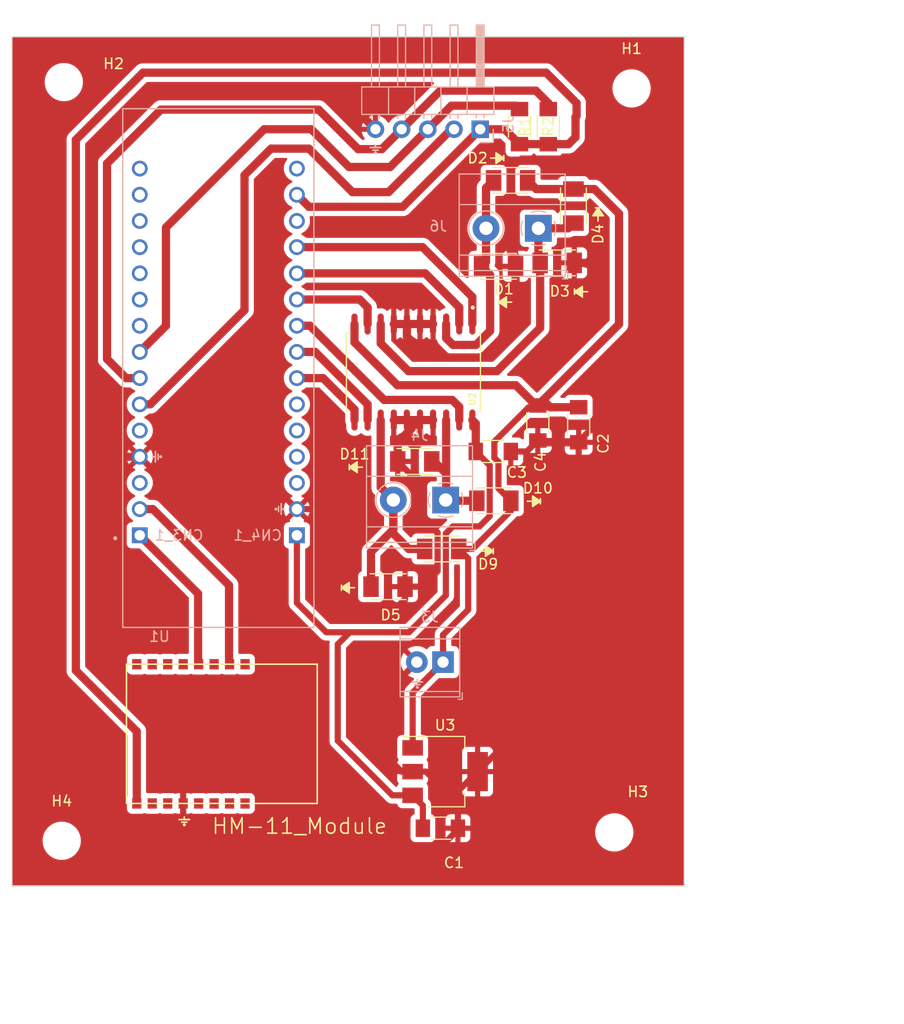
<source format=kicad_pcb>
(kicad_pcb (version 20221018) (generator pcbnew)
  (layers (0 "F.Cu" signal) (31 "B.Cu" signal) (34 "B.Paste" user) (35 "F.Paste" user) (36 "B.SilkS" user "B.Silkscreen") (37 "F.SilkS" user "F.Silkscreen") (38 "B.Mask" user) (39 "F.Mask" user) (44 "Edge.Cuts" user))
  (net 0 "")
  (net 3 "EN_A")
  (net 4 "A_H")
  (net 5 "A_L")
  (net 6 "EN_B")
  (net 10 "XSHUT")
  (net 11 "SCL")
  (net 16 "SDA")
  (net 17 "RX")
  (net 18 "B_H")
  (net 19 "B_L")
  (net 22 "VCC")
  (net 23 "GND")
  (net 24 "Net-(D3-K)")
  (net 27 "+BAT")
  (net 29 "TX")
  (net 40 "3V3")
  (net 43 "Net-(D5-K)")
  (net 44 "Net-(D10-A)")
  (net 45 "Net-(D1-K)")
  (footprint "fab:SOD-123T" (layer "F.Cu") (at 232.4608 90.6272 180)
    (fp_text reference "D10" (at -4.2672 1.2192 180) (layer "F.SilkS"))
    (fp_text value "Diode_Schottky_MiniSMA")
    (pad "1" smd rect (at -1.65 0 180) (size 1.5 2) (layers "F.Cu" "F.Paste" "F.Mask") (net 27 "+BAT"))
    (pad "2" smd rect (at 1.65 0 180) (size 1.5 2) (layers "F.Cu" "F.Paste" "F.Mask") (net 44 "Net-(D10-A)"))
  )
  (footprint "Modules:HM-11_Module" (layer "F.Cu") (at 205.5808 113.2268 -90)
    (fp_text reference "U4")
    (fp_text value "HM-11_Module" (at 8.9472 -8.0332 -180) (layer "F.SilkS") (effects (font (size 1.5 1.5))))
    (pad "1" smd rect (at -6.75 -2.75 270) (size 1 0.9) (layers "F.Cu" "F.Paste" "F.Mask"))
    (pad "2" smd rect (at -6.75 -1.25 270) (size 1 0.9) (layers "F.Cu" "F.Paste" "F.Mask") (net 17 "RX"))
    (pad "3" smd rect (at -6.75 0.25 270) (size 1 0.9) (layers "F.Cu" "F.Paste" "F.Mask"))
    (pad "4" smd rect (at -6.75 1.75 270) (size 1 0.9) (layers "F.Cu" "F.Paste" "F.Mask") (net 29 "TX"))
    (pad "5" smd rect (at -6.75 3.25 270) (size 1 0.9) (layers "F.Cu" "F.Paste" "F.Mask"))
    (pad "6" smd rect (at -6.75 4.75 270) (size 1 0.9) (layers "F.Cu" "F.Paste" "F.Mask"))
    (pad "7" smd rect (at -6.75 6.25 270) (size 1 0.9) (layers "F.Cu" "F.Paste" "F.Mask"))
    (pad "8" smd rect (at -6.75 7.75 270) (size 1 0.9) (layers "F.Cu" "F.Paste" "F.Mask"))
    (pad "9" smd rect (at 6.75 7.75 270) (size 1 0.9) (layers "F.Cu" "F.Paste" "F.Mask") (net 40 "3V3"))
    (pad "10" smd rect (at 6.75 6.25 270) (size 1 0.9) (layers "F.Cu" "F.Paste" "F.Mask"))
    (pad "11" smd rect (at 6.75 4.75 270) (size 1 0.9) (layers "F.Cu" "F.Paste" "F.Mask"))
    (pad "12" smd rect (at 6.75 3.25 270) (size 1 0.9) (layers "F.Cu" "F.Paste" "F.Mask") (net 23 "GND"))
    (pad "13" smd rect (at 6.75 1.75 270) (size 1 0.9) (layers "F.Cu" "F.Paste" "F.Mask"))
    (pad "14" smd rect (at 6.75 0.25 270) (size 1 0.9) (layers "F.Cu" "F.Paste" "F.Mask"))
    (pad "15" smd rect (at 6.75 -1.25 270) (size 1 0.9) (layers "F.Cu" "F.Paste" "F.Mask"))
    (pad "16" smd rect (at 6.75 -2.75 270) (size 1 0.9) (layers "F.Cu" "F.Paste" "F.Mask"))
  )
  (footprint "fab:SOD-123T" (layer "F.Cu") (at 234.0864 59.5684 180)
    (fp_text reference "D2" (at 3.2004 2.1644) (layer "F.SilkS"))
    (fp_text value "Diode_Schottky_MiniSMA")
    (pad "1" smd rect (at -1.65 0 180) (size 1.5 2) (layers "F.Cu" "F.Paste" "F.Mask") (net 27 "+BAT"))
    (pad "2" smd rect (at 1.65 0 180) (size 1.5 2) (layers "F.Cu" "F.Paste" "F.Mask") (net 45 "Net-(D1-K)"))
  )
  (footprint "fab:SOD-123T" (layer "F.Cu") (at 222.1992 98.9584)
    (fp_text reference "D5" (at 0.25 2.75) (layer "F.SilkS"))
    (fp_text value "Diode_Schottky_MiniSMA")
    (pad "1" smd rect (at -1.65 0) (size 1.5 2) (layers "F.Cu" "F.Paste" "F.Mask") (net 43 "Net-(D5-K)"))
    (pad "2" smd rect (at 1.65 0) (size 1.5 2) (layers "F.Cu" "F.Paste" "F.Mask") (net 23 "GND"))
  )
  (footprint "fab:R_1206" (layer "F.Cu") (at 237.744 54.356 90)
    (fp_text reference "R2" (at 0 0 90) (layer "F.SilkS"))
    (fp_text value "10k")
    (pad "1" smd rect (at -1.7 0 90) (size 1.4 1.7) (layers "F.Cu" "F.Paste" "F.Mask") (net 40 "3V3"))
    (pad "2" smd rect (at 1.7 0 90) (size 1.4 1.7) (layers "F.Cu" "F.Paste" "F.Mask") (net 16 "SDA"))
  )
  (footprint "L293dd:SOIC127P1032X265-20N" (layer "F.Cu") (at 224.663 78.149 -90)
    (fp_text reference "U2" (at 2.623 -5.715 -90) (layer "F.SilkS") (effects (font (size 0.64 0.64))))
    (fp_text value "L293D")
    (pad "1" smd roundrect (at -4.655 -5.715 180) (size 0.6 2.05) (layers "F.Cu" "F.Paste" "F.Mask") (roundrect_rratio 0.5) (net 3 "EN_A"))
    (pad "2" smd roundrect (at -4.655 -4.445 180) (size 0.6 2.05) (layers "F.Cu" "F.Paste" "F.Mask") (roundrect_rratio 0.5) (net 4 "A_H"))
    (pad "3" smd roundrect (at -4.655 -3.175 180) (size 0.6 2.05) (layers "F.Cu" "F.Paste" "F.Mask") (roundrect_rratio 0.5) (net 45 "Net-(D1-K)"))
    (pad "4" smd roundrect (at -4.655 -1.905 180) (size 0.6 2.05) (layers "F.Cu" "F.Paste" "F.Mask") (roundrect_rratio 0.5) (net 23 "GND"))
    (pad "5" smd roundrect (at -4.655 -0.635 180) (size 0.6 2.05) (layers "F.Cu" "F.Paste" "F.Mask") (roundrect_rratio 0.5) (net 23 "GND"))
    (pad "6" smd roundrect (at -4.655 0.635 180) (size 0.6 2.05) (layers "F.Cu" "F.Paste" "F.Mask") (roundrect_rratio 0.5) (net 23 "GND"))
    (pad "7" smd roundrect (at -4.655 1.905 180) (size 0.6 2.05) (layers "F.Cu" "F.Paste" "F.Mask") (roundrect_rratio 0.5) (net 23 "GND"))
    (pad "8" smd roundrect (at -4.655 3.175 180) (size 0.6 2.05) (layers "F.Cu" "F.Paste" "F.Mask") (roundrect_rratio 0.5) (net 24 "Net-(D3-K)"))
    (pad "9" smd roundrect (at -4.655 4.445 180) (size 0.6 2.05) (layers "F.Cu" "F.Paste" "F.Mask") (roundrect_rratio 0.5) (net 5 "A_L"))
    (pad "10" smd roundrect (at -4.655 5.715 180) (size 0.6 2.05) (layers "F.Cu" "F.Paste" "F.Mask") (roundrect_rratio 0.5) (net 27 "+BAT"))
    (pad "11" smd roundrect (at 4.655 5.715 180) (size 0.6 2.05) (layers "F.Cu" "F.Paste" "F.Mask") (roundrect_rratio 0.5) (net 6 "EN_B"))
    (pad "12" smd roundrect (at 4.655 4.445 180) (size 0.6 2.05) (layers "F.Cu" "F.Paste" "F.Mask") (roundrect_rratio 0.5) (net 18 "B_H"))
    (pad "13" smd roundrect (at 4.655 3.175 180) (size 0.6 2.05) (layers "F.Cu" "F.Paste" "F.Mask") (roundrect_rratio 0.5) (net 43 "Net-(D5-K)"))
    (pad "14" smd roundrect (at 4.655 1.905 180) (size 0.6 2.05) (layers "F.Cu" "F.Paste" "F.Mask") (roundrect_rratio 0.5) (net 23 "GND"))
    (pad "15" smd roundrect (at 4.655 0.635 180) (size 0.6 2.05) (layers "F.Cu" "F.Paste" "F.Mask") (roundrect_rratio 0.5) (net 23 "GND"))
    (pad "16" smd roundrect (at 4.655 -0.635 180) (size 0.6 2.05) (layers "F.Cu" "F.Paste" "F.Mask") (roundrect_rratio 0.5) (net 23 "GND"))
    (pad "17" smd roundrect (at 4.655 -1.905 180) (size 0.6 2.05) (layers "F.Cu" "F.Paste" "F.Mask") (roundrect_rratio 0.5) (net 23 "GND"))
    (pad "18" smd roundrect (at 4.655 -3.175 180) (size 0.6 2.05) (layers "F.Cu" "F.Paste" "F.Mask") (roundrect_rratio 0.5) (net 44 "Net-(D10-A)"))
    (pad "19" smd roundrect (at 4.655 -4.445 180) (size 0.6 2.05) (layers "F.Cu" "F.Paste" "F.Mask") (roundrect_rratio 0.5) (net 19 "B_L"))
    (pad "20" smd roundrect (at 4.655 -5.715 180) (size 0.6 2.05) (layers "F.Cu" "F.Paste" "F.Mask") (roundrect_rratio 0.5) (net 22 "VCC"))
  )
  (footprint "fab:C_1206" (layer "F.Cu") (at 227.2792 122.3772)
    (fp_text reference "C1" (at 1.3208 3.3528) (layer "F.SilkS"))
    (fp_text value "C_Polarized")
    (pad "1" smd rect (at -1.7 0) (size 1.4 1.7) (layers "F.Cu" "F.Paste" "F.Mask") (net 22 "VCC"))
    (pad "2" smd rect (at 1.7 0) (size 1.4 1.7) (layers "F.Cu" "F.Paste" "F.Mask") (net 23 "GND"))
  )
  (footprint "MountingHole:MountingHole_3.2mm_M3_ISO7380" (layer "F.Cu") (at 244.1448 122.7836)
    (fp_text reference "H3" (at 2.286 -3.937) (layer "F.SilkS"))
    (fp_text value "MountingHole")
    (pad "" np_thru_hole circle (at 0 0) (size 3.2 3.2) (drill 3.2) (layers "*.Cu" "*.Mask"))
  )
  (footprint "fab:R_1206" (layer "F.Cu") (at 234.95 54.356 90)
    (fp_text reference "R1" (at 0 0.508 90) (layer "F.SilkS"))
    (fp_text value "10k")
    (pad "1" smd rect (at -1.7 0 90) (size 1.4 1.7) (layers "F.Cu" "F.Paste" "F.Mask") (net 40 "3V3"))
    (pad "2" smd rect (at 1.7 0 90) (size 1.4 1.7) (layers "F.Cu" "F.Paste" "F.Mask") (net 11 "SCL"))
  )
  (footprint "fab:SOD-123T" (layer "F.Cu") (at 240.1824 62.0576 -90)
    (fp_text reference "D4" (at 2.7124 -2.3876 90) (layer "F.SilkS"))
    (fp_text value "Diode_Schottky_MiniSMA")
    (pad "1" smd rect (at -1.65 0 270) (size 1.5 2) (layers "F.Cu" "F.Paste" "F.Mask") (net 27 "+BAT"))
    (pad "2" smd rect (at 1.65 0 270) (size 1.5 2) (layers "F.Cu" "F.Paste" "F.Mask") (net 24 "Net-(D3-K)"))
  )
  (footprint "fab:C_1206" (layer "F.Cu") (at 236.728 83.0888 -90)
    (fp_text reference "C4" (at 3.7792 -0.254 90) (layer "F.SilkS"))
    (fp_text value "C_Polarized_Small")
    (pad "1" smd rect (at -1.7 0 270) (size 1.4 1.7) (layers "F.Cu" "F.Paste" "F.Mask") (net 27 "+BAT"))
    (pad "2" smd rect (at 1.7 0 270) (size 1.4 1.7) (layers "F.Cu" "F.Paste" "F.Mask") (net 23 "GND"))
  )
  (footprint "MountingHole:MountingHole_3.2mm_M3_ISO7380" (layer "F.Cu") (at 245.8212 50.6476)
    (fp_text reference "H1" (at 0 -3.85) (layer "F.SilkS"))
    (fp_text value "MountingHole")
    (pad "" np_thru_hole circle (at 0 0) (size 3.2 3.2) (drill 3.2) (layers "*.Cu" "*.Mask"))
  )
  (footprint "MountingHole:MountingHole_3.2mm_M3_ISO7380" (layer "F.Cu") (at 190.754 50.038)
    (fp_text reference "H2" (at 4.826 -1.778) (layer "F.SilkS"))
    (fp_text value "MountingHole")
    (pad "" np_thru_hole circle (at 0 0) (size 3.2 3.2) (drill 3.2) (layers "*.Cu" "*.Mask"))
  )
  (footprint "fab:SOD-123T" (layer "F.Cu") (at 227.4052 95.3008 180)
    (fp_text reference "D9" (at -4.4968 -1.4732) (layer "F.SilkS"))
    (fp_text value "Diode_Schottky_MiniSMA")
    (pad "1" smd rect (at -1.65 0 180) (size 1.5 2) (layers "F.Cu" "F.Paste" "F.Mask") (net 27 "+BAT"))
    (pad "2" smd rect (at 1.65 0 180) (size 1.5 2) (layers "F.Cu" "F.Paste" "F.Mask") (net 43 "Net-(D5-K)"))
  )
  (footprint "MountingHole:MountingHole_3.2mm_M3_ISO7380" (layer "F.Cu") (at 190.5508 123.5964)
    (fp_text reference "H4" (at 0 -3.85) (layer "F.SilkS"))
    (fp_text value "MountingHole")
    (pad "" np_thru_hole circle (at 0 0) (size 3.2 3.2) (drill 3.2) (layers "*.Cu" "*.Mask"))
  )
  (footprint "fab:C_1206" (layer "F.Cu") (at 232.41 85.852)
    (fp_text reference "C3" (at 2.286 2.032) (layer "F.SilkS"))
    (fp_text value "C_Polarized_Small")
    (pad "1" smd rect (at -1.7 0) (size 1.4 1.7) (layers "F.Cu" "F.Paste" "F.Mask") (net 22 "VCC"))
    (pad "2" smd rect (at 1.7 0) (size 1.4 1.7) (layers "F.Cu" "F.Paste" "F.Mask") (net 23 "GND"))
  )
  (footprint "fab:SOT-223-3_TabPin2" (layer "F.Cu") (at 227.736 116.8908)
    (fp_text reference "U3" (at 0 -4.5) (layer "F.SilkS"))
    (fp_text value "LM7805_soic")
    (pad "1" smd rect (at -3.15 -2.3) (size 2 1.5) (layers "F.Cu" "F.Paste" "F.Mask") (net 27 "+BAT"))
    (pad "2" smd rect (at -3.15 0) (size 2 1.5) (layers "F.Cu" "F.Paste" "F.Mask") (net 23 "GND"))
    (pad "2" smd rect (at 3.15 0) (size 2 3.8) (layers "F.Cu" "F.Paste" "F.Mask") (net 23 "GND"))
    (pad "3" smd rect (at -3.15 2.3) (size 2 1.5) (layers "F.Cu" "F.Paste" "F.Mask") (net 22 "VCC"))
  )
  (footprint "fab:SOD-123T" (layer "F.Cu") (at 232.918 67.8996)
    (fp_text reference "D1" (at 0.508 2.2044) (layer "F.SilkS"))
    (fp_text value "Diode_Schottky_MiniSMA")
    (pad "1" smd rect (at -1.65 0) (size 1.5 2) (layers "F.Cu" "F.Paste" "F.Mask") (net 45 "Net-(D1-K)"))
    (pad "2" smd rect (at 1.65 0) (size 1.5 2) (layers "F.Cu" "F.Paste" "F.Mask") (net 23 "GND"))
  )
  (footprint "fab:SOD-123T" (layer "F.Cu") (at 238.6076 67.564)
    (fp_text reference "D3" (at 0.25 2.75) (layer "F.SilkS"))
    (fp_text value "Diode_Schottky_MiniSMA")
    (pad "1" smd rect (at -1.65 0) (size 1.5 2) (layers "F.Cu" "F.Paste" "F.Mask") (net 24 "Net-(D3-K)"))
    (pad "2" smd rect (at 1.65 0) (size 1.5 2) (layers "F.Cu" "F.Paste" "F.Mask") (net 23 "GND"))
  )
  (footprint "fab:C_1206" (layer "F.Cu") (at 240.6904 83.2612 -90)
    (fp_text reference "C2" (at 1.8288 -2.3876 90) (layer "F.SilkS"))
    (fp_text value "C_Polarized_Small")
    (pad "1" smd rect (at -1.7 0 270) (size 1.4 1.7) (layers "F.Cu" "F.Paste" "F.Mask") (net 27 "+BAT"))
    (pad "2" smd rect (at 1.7 0 270) (size 1.4 1.7) (layers "F.Cu" "F.Paste" "F.Mask") (net 23 "GND"))
  )
  (footprint "fab:SOD-123T" (layer "F.Cu") (at 224.79 86.8172 180)
    (fp_text reference "D11" (at 5.842 0.7112) (layer "F.SilkS"))
    (fp_text value "Diode_Schottky_MiniSMA")
    (pad "1" smd rect (at -1.65 0 180) (size 1.5 2) (layers "F.Cu" "F.Paste" "F.Mask") (net 44 "Net-(D10-A)"))
    (pad "2" smd rect (at 1.65 0 180) (size 1.5 2) (layers "F.Cu" "F.Paste" "F.Mask") (net 23 "GND"))
  )
  (footprint "TerminalBlock_Phoenix:TerminalBlock_Phoenix_MKDS-1,5-2-5.08_1x02_P5.08mm_Horizontal" (layer "B.Cu") (at 227.7922 90.5566 180)
    (fp_text reference "J4" (at 2.54 6.26) (layer "B.SilkS") (effects (justify mirror)))
    (fp_text value "MOTOR2 OUT")
    (pad "1" thru_hole rect (at 0 0 180) (size 2.6 2.6) (drill 1.3) (layers "*.Cu" "*.Mask") (net 44 "Net-(D10-A)"))
    (pad "2" thru_hole circle (at 5.08 0 180) (size 2.6 2.6) (drill 1.3) (layers "*.Cu" "*.Mask") (net 43 "Net-(D5-K)"))
  )
  (footprint "Modules:mod" (layer "B.Cu") (at 205.74 77.765)
    (fp_text reference "U1" (at -5.715 26.035) (layer "B.SilkS") (effects (justify mirror)))
    (fp_text value "NUCLEO-L432KC")
    (pad "CN3_1" thru_hole rect (at -7.62 16.215) (size 1.53 1.53) (drill 1.02) (layers "*.Cu" "*.Mask") (net 29 "TX"))
    (pad "CN3_2" thru_hole circle (at -7.62 13.675) (size 1.53 1.53) (drill 1.02) (layers "*.Cu" "*.Mask") (net 17 "RX"))
    (pad "CN3_3" thru_hole circle (at -7.62 11.135) (size 1.53 1.53) (drill 1.02) (layers "*.Cu" "*.Mask"))
    (pad "CN3_4" thru_hole circle (at -7.62 8.595) (size 1.53 1.53) (drill 1.02) (layers "*.Cu" "*.Mask") (net 23 "GND"))
    (pad "CN3_5" thru_hole circle (at -7.62 6.055) (size 1.53 1.53) (drill 1.02) (layers "*.Cu" "*.Mask"))
    (pad "CN3_6" thru_hole circle (at -7.62 3.515) (size 1.53 1.53) (drill 1.02) (layers "*.Cu" "*.Mask") (net 10 "XSHUT"))
    (pad "CN3_7" thru_hole circle (at -7.62 0.975) (size 1.53 1.53) (drill 1.02) (layers "*.Cu" "*.Mask") (net 16 "SDA"))
    (pad "CN3_8" thru_hole circle (at -7.62 -1.565) (size 1.53 1.53) (drill 1.02) (layers "*.Cu" "*.Mask") (net 11 "SCL"))
    (pad "CN3_9" thru_hole circle (at -7.62 -4.105) (size 1.53 1.53) (drill 1.02) (layers "*.Cu" "*.Mask"))
    (pad "CN3_10" thru_hole circle (at -7.62 -6.645) (size 1.53 1.53) (drill 1.02) (layers "*.Cu" "*.Mask"))
    (pad "CN3_11" thru_hole circle (at -7.62 -9.185) (size 1.53 1.53) (drill 1.02) (layers "*.Cu" "*.Mask"))
    (pad "CN3_12" thru_hole circle (at -7.62 -11.725) (size 1.53 1.53) (drill 1.02) (layers "*.Cu" "*.Mask"))
    (pad "CN3_13" thru_hole circle (at -7.62 -14.265) (size 1.53 1.53) (drill 1.02) (layers "*.Cu" "*.Mask"))
    (pad "CN3_14" thru_hole circle (at -7.62 -16.805) (size 1.53 1.53) (drill 1.02) (layers "*.Cu" "*.Mask"))
    (pad "CN3_15" thru_hole circle (at -7.62 -19.345) (size 1.53 1.53) (drill 1.02) (layers "*.Cu" "*.Mask"))
    (pad "CN4_1" thru_hole rect (at 7.62 16.215) (size 1.53 1.53) (drill 1.02) (layers "*.Cu" "*.Mask") (net 22 "VCC"))
    (pad "CN4_2" thru_hole circle (at 7.62 13.675) (size 1.53 1.53) (drill 1.02) (layers "*.Cu" "*.Mask") (net 23 "GND"))
    (pad "CN4_3" thru_hole circle (at 7.62 11.135) (size 1.53 1.53) (drill 1.02) (layers "*.Cu" "*.Mask"))
    (pad "CN4_4" thru_hole circle (at 7.62 8.595) (size 1.53 1.53) (drill 1.02) (layers "*.Cu" "*.Mask"))
    (pad "CN4_5" thru_hole circle (at 7.62 6.055) (size 1.53 1.53) (drill 1.02) (layers "*.Cu" "*.Mask"))
    (pad "CN4_6" thru_hole circle (at 7.62 3.515) (size 1.53 1.53) (drill 1.02) (layers "*.Cu" "*.Mask"))
    (pad "CN4_7" thru_hole circle (at 7.62 0.975) (size 1.53 1.53) (drill 1.02) (layers "*.Cu" "*.Mask") (net 6 "EN_B"))
    (pad "CN4_8" thru_hole circle (at 7.62 -1.565) (size 1.53 1.53) (drill 1.02) (layers "*.Cu" "*.Mask") (net 18 "B_H"))
    (pad "CN4_9" thru_hole circle (at 7.62 -4.105) (size 1.53 1.53) (drill 1.02) (layers "*.Cu" "*.Mask") (net 19 "B_L"))
    (pad "CN4_10" thru_hole circle (at 7.62 -6.645) (size 1.53 1.53) (drill 1.02) (layers "*.Cu" "*.Mask") (net 5 "A_L"))
    (pad "CN4_11" thru_hole circle (at 7.62 -9.185) (size 1.53 1.53) (drill 1.02) (layers "*.Cu" "*.Mask") (net 4 "A_H"))
    (pad "CN4_12" thru_hole circle (at 7.62 -11.725) (size 1.53 1.53) (drill 1.02) (layers "*.Cu" "*.Mask") (net 3 "EN_A"))
    (pad "CN4_13" thru_hole circle (at 7.62 -14.265) (size 1.53 1.53) (drill 1.02) (layers "*.Cu" "*.Mask"))
    (pad "CN4_14" thru_hole circle (at 7.62 -16.805) (size 1.53 1.53) (drill 1.02) (layers "*.Cu" "*.Mask") (net 40 "3V3"))
    (pad "CN4_15" thru_hole circle (at 7.62 -19.345) (size 1.53 1.53) (drill 1.02) (layers "*.Cu" "*.Mask"))
  )
  (footprint "TerminalBlock_Phoenix:TerminalBlock_Phoenix_MKDS-1,5-2-5.08_1x02_P5.08mm_Horizontal" (layer "B.Cu") (at 236.7838 64.2114 180)
    (fp_text reference "J6" (at 9.7078 0.2034) (layer "B.SilkS") (effects (justify mirror)))
    (fp_text value "MOTOR2 OUT")
    (pad "1" thru_hole rect (at 0 0 180) (size 2.6 2.6) (drill 1.3) (layers "*.Cu" "*.Mask") (net 24 "Net-(D3-K)"))
    (pad "2" thru_hole circle (at 5.08 0 180) (size 2.6 2.6) (drill 1.3) (layers "*.Cu" "*.Mask") (net 45 "Net-(D1-K)"))
  )
  (footprint "TerminalBlock_TE-Connectivity:TerminalBlock_TE_282834-2_1x02_P2.54mm_Horizontal" (layer "B.Cu") (at 227.5332 106.2736 180)
    (fp_text reference "J3" (at 1.27 4.37) (layer "B.SilkS") (effects (justify mirror)))
    (fp_text value "Conn_01x02_Socket")
    (pad "1" thru_hole rect (at 0 0 180) (size 2.1 2.1) (drill 1.1) (layers "*.Cu" "*.Mask") (net 27 "+BAT"))
    (pad "2" thru_hole circle (at 2.54 0 180) (size 2.1 2.1) (drill 1.1) (layers "*.Cu" "*.Mask") (net 23 "GND"))
  )
  (footprint "Connector_PinHeader_2.54mm:PinHeader_1x05_P2.54mm_Horizontal" (layer "B.Cu") (at 231.14 54.61 90)
    (fp_text reference "J5" (at 0.4572 2.7432 90) (layer "B.SilkS") (effects (justify mirror)))
    (fp_text value "Conn_PinHeader_1x05_P2.54mm_Vertical_THT_D1mm")
    (pad "1" thru_hole rect (at 0 0 90) (size 1.7 1.7) (drill 1) (layers "*.Cu" "*.Mask") (net 40 "3V3"))
    (pad "2" thru_hole oval (at 0 -2.54 90) (size 1.7 1.7) (drill 1) (layers "*.Cu" "*.Mask") (net 10 "XSHUT"))
    (pad "3" thru_hole oval (at 0 -5.08 90) (size 1.7 1.7) (drill 1) (layers "*.Cu" "*.Mask") (net 11 "SCL"))
    (pad "4" thru_hole oval (at 0 -7.62 90) (size 1.7 1.7) (drill 1) (layers "*.Cu" "*.Mask") (net 16 "SDA"))
    (pad "5" thru_hole oval (at 0 -10.16 90) (size 1.7 1.7) (drill 1) (layers "*.Cu" "*.Mask") (net 23 "GND"))
  )
  (gr_line (start 224.79 108.458) (end 225.298 108.458) (stroke (width 0.15)) (layer "B.SilkS"))
  (gr_line (start 211.836 90.932) (end 211.836 91.948) (stroke (width 0.15)) (layer "B.SilkS"))
  (gr_line (start 220.98 56.388) (end 220.472 56.388) (stroke (width 0.15)) (layer "B.SilkS"))
  (gr_line (start 212.09 91.44) (end 211.836 91.44) (stroke (width 0.15)) (layer "B.SilkS"))
  (gr_line (start 220.98 56.134) (end 220.98 56.388) (stroke (width 0.15)) (layer "B.SilkS"))
  (gr_line (start 225.044 108.204) (end 224.536 108.204) (stroke (width 0.15)) (layer "B.SilkS"))
  (gr_line (start 199.644 86.868) (end 199.644 85.852) (stroke (width 0.15)) (layer "B.SilkS"))
  (gr_circle (center 220.98 56.896) (end 220.98 56.896) (stroke (width 0.15)) (fill none) (layer "B.SilkS"))
  (gr_line (start 199.898 86.614) (end 199.898 86.106) (stroke (width 0.15)) (layer "B.SilkS"))
  (gr_line (start 199.39 86.36) (end 199.644 86.36) (stroke (width 0.15)) (layer "B.SilkS"))
  (gr_line (start 199.644 86.36) (end 199.644 86.868) (stroke (width 0.15)) (layer "B.SilkS"))
  (gr_line (start 220.726 56.642) (end 221.234 56.642) (stroke (width 0.15)) (layer "B.SilkS"))
  (gr_line (start 220.472 56.388) (end 221.488 56.388) (stroke (width 0.15)) (layer "B.SilkS"))
  (gr_line (start 211.836 91.44) (end 211.836 90.932) (stroke (width 0.15)) (layer "B.SilkS"))
  (gr_circle (center 200.152 86.36) (end 200.152 86.36) (stroke (width 0.15)) (fill none) (layer "B.SilkS"))
  (gr_line (start 225.044 107.95) (end 225.044 108.204) (stroke (width 0.15)) (layer "B.SilkS"))
  (gr_circle (center 225.044 108.712) (end 225.044 108.712) (stroke (width 0.15)) (fill none) (layer "B.SilkS"))
  (gr_line (start 211.582 91.186) (end 211.582 91.694) (stroke (width 0.15)) (layer "B.SilkS"))
  (gr_line (start 224.536 108.204) (end 225.552 108.204) (stroke (width 0.15)) (layer "B.SilkS"))
  (gr_circle (center 211.328 91.44) (end 211.328 91.44) (stroke (width 0.15)) (fill none) (layer "B.SilkS"))
  (gr_circle (center 202.438 122.047) (end 202.438 122.047) (stroke (width 0.15)) (fill none) (layer "F.SilkS"))
  (gr_line (start 220.472 56.388) (end 221.488 56.388) (stroke (width 0.15)) (layer "F.SilkS"))
  (gr_line (start 218.44 87.122) (end 218.44 87.63) (stroke (width 0.15)) (layer "F.SilkS"))
  (gr_poly (pts (xy 233.426 57.404) (xy 232.664 56.896) (xy 232.664 57.912)) (stroke (width 0.15)) (fill solid) (layer "F.SilkS"))
  (gr_line (start 202.438 121.539) (end 202.438 121.285) (stroke (width 0.15)) (layer "F.SilkS"))
  (gr_line (start 221.488 56.388) (end 220.98 56.388) (stroke (width 0.15)) (layer "F.SilkS"))
  (gr_poly (pts (xy 240.284 70.358) (xy 241.046 70.866) (xy 241.046 69.85)) (stroke (width 0.15)) (fill solid) (layer "F.SilkS"))
  (gr_line (start 242.824 62.23) (end 242.316 62.23) (stroke (width 0.15)) (layer "F.SilkS"))
  (gr_poly (pts (xy 242.57 62.23) (xy 242.062 62.992) (xy 243.078 62.992)) (stroke (width 0.15)) (fill solid) (layer "F.SilkS"))
  (gr_poly (pts (xy 217.678 99.06) (xy 218.44 99.568) (xy 218.44 98.552)) (stroke (width 0.15)) (fill solid) (layer "F.SilkS"))
  (gr_line (start 231.648 95.504) (end 231.14 95.504) (stroke (width 0.15)) (layer "F.SilkS"))
  (gr_poly (pts (xy 236.982 90.678) (xy 236.22 90.17) (xy 236.22 91.186)) (stroke (width 0.15)) (fill solid) (layer "F.SilkS"))
  (gr_poly (pts (xy 232.41 95.504) (xy 231.648 94.996) (xy 231.648 96.012)) (stroke (width 0.15)) (fill solid) (layer "F.SilkS"))
  (gr_line (start 242.57 62.992) (end 242.57 63.5) (stroke (width 0.15)) (layer "F.SilkS"))
  (gr_line (start 233.68 71.374) (end 234.188 71.374) (stroke (width 0.15)) (layer "F.SilkS"))
  (gr_line (start 233.426 57.658) (end 233.426 57.15) (stroke (width 0.15)) (layer "F.SilkS"))
  (gr_line (start 236.22 90.678) (end 235.712 90.678) (stroke (width 0.15)) (layer "F.SilkS"))
  (gr_line (start 219.202 87.376) (end 219.71 87.376) (stroke (width 0.15)) (layer "F.SilkS"))
  (gr_line (start 240.284 70.104) (end 240.284 70.612) (stroke (width 0.15)) (layer "F.SilkS"))
  (gr_line (start 241.046 70.358) (end 241.554 70.358) (stroke (width 0.15)) (layer "F.SilkS"))
  (gr_poly (pts (xy 232.918 71.374) (xy 233.68 71.882) (xy 233.68 70.866)) (stroke (width 0.15)) (fill solid) (layer "F.SilkS"))
  (gr_line (start 201.93 121.539) (end 202.946 121.539) (stroke (width 0.15)) (layer "F.SilkS"))
  (gr_poly (pts (xy 218.44 87.376) (xy 219.202 87.884) (xy 219.202 86.868)) (stroke (width 0.15)) (fill solid) (layer "F.SilkS"))
  (gr_line (start 220.98 56.388) (end 220.98 56.134) (stroke (width 0.15)) (layer "F.SilkS"))
  (gr_line (start 217.678 98.806) (end 217.678 99.314) (stroke (width 0.15)) (layer "F.SilkS"))
  (gr_line (start 218.44 99.06) (end 218.948 99.06) (stroke (width 0.15)) (layer "F.SilkS"))
  (gr_line (start 232.664 57.404) (end 232.156 57.404) (stroke (width 0.15)) (layer "F.SilkS"))
  (gr_line (start 202.184 121.793) (end 202.692 121.793) (stroke (width 0.15)) (layer "F.SilkS"))
  (gr_line (start 232.41 95.758) (end 232.41 95.25) (stroke (width 0.15)) (layer "F.SilkS"))
  (gr_line (start 202.946 121.539) (end 202.438 121.539) (stroke (width 0.15)) (layer "F.SilkS"))
  (gr_circle (center 220.98 56.896) (end 220.98 56.896) (stroke (width 0.15)) (fill none) (layer "F.SilkS"))
  (gr_line (start 220.726 56.642) (end 221.234 56.642) (stroke (width 0.15)) (layer "F.SilkS"))
  (gr_line (start 236.982 90.932) (end 236.982 90.424) (stroke (width 0.15)) (layer "F.SilkS"))
  (gr_line (start 232.918 71.12) (end 232.918 71.628) (stroke (width 0.15)) (layer "F.SilkS"))
  (gr_rect (start 185.7248 45.6438) (end 250.9266 128.016) (stroke (width 0.1)) (fill none) (layer "Edge.Cuts"))
  (gr_text "CN4_1" (at 209.55 93.98) (layer "B.SilkS") (effects (font (size 1 1)) (justify mirror)))
  (gr_text "CN3_1" (at 201.93 93.98) (layer "B.SilkS") (effects (font (size 1 1)) (justify mirror)))
  (segment (start 230.378 70.866) (end 230.378 73.494) (width 0.8) (layer "F.Cu") (net 3))
  (segment (start 225.552 66.04) (end 230.378 70.866) (width 0.8) (layer "F.Cu") (net 3))
  (segment (start 213.36 66.04) (end 225.552 66.04) (width 0.8) (layer "F.Cu") (net 3))
  (segment (start 225.806 68.58) (end 229.108 71.882) (width 0.8) (layer "F.Cu") (net 4))
  (segment (start 229.108 71.882) (end 229.108 73.494) (width 0.8) (layer "F.Cu") (net 4))
  (segment (start 213.36 68.58) (end 225.806 68.58) (width 0.8) (layer "F.Cu") (net 4))
  (segment (start 213.36 71.12) (end 219.456 71.12) (width 0.8) (layer "F.Cu") (net 5))
  (segment (start 220.218 71.882) (end 220.218 73.494) (width 0.8) (layer "F.Cu") (net 5))
  (segment (start 219.456 71.12) (end 220.218 71.882) (width 0.8) (layer "F.Cu") (net 5))
  (segment (start 213.36 78.74) (end 215.9 78.74) (width 0.8) (layer "F.Cu") (net 6))
  (segment (start 218.948 81.788) (end 218.948 82.804) (width 0.8) (layer "F.Cu") (net 6))
  (segment (start 215.9 78.74) (end 218.948 81.788) (width 0.8) (layer "F.Cu") (net 6))
  (segment (start 208.28 59.055) (end 210.8454 56.4896) (width 0.8) (layer "F.Cu") (net 10))
  (segment (start 208.28 72.136) (end 208.28 59.055) (width 0.8) (layer "F.Cu") (net 10))
  (segment (start 218.7448 60.706) (end 222.25 60.706) (width 0.8) (layer "F.Cu") (net 10))
  (segment (start 199.136 81.28) (end 208.28 72.136) (width 0.8) (layer "F.Cu") (net 10))
  (segment (start 198.12 81.28) (end 199.136 81.28) (width 0.8) (layer "F.Cu") (net 10))
  (segment (start 210.8454 56.4896) (end 214.5284 56.4896) (width 0.8) (layer "F.Cu") (net 10))
  (segment (start 222.25 60.706) (end 228.346 54.61) (width 0.8) (layer "F.Cu") (net 10))
  (segment (start 214.5284 56.4896) (end 218.7448 60.706) (width 0.8) (layer "F.Cu") (net 10))
  (segment (start 228.346 54.61) (end 228.6 54.61) (width 0.8) (layer "F.Cu") (net 10))
  (segment (start 218.4146 58.2676) (end 214.757 54.61) (width 0.8) (layer "F.Cu") (net 11))
  (segment (start 226.06 54.61) (end 222.4024 58.2676) (width 0.8) (layer "F.Cu") (net 11))
  (segment (start 228.346 52.324) (end 234.618 52.324) (width 0.8) (layer "F.Cu") (net 11))
  (segment (start 210.185 54.61) (end 200.66 64.135) (width 0.8) (layer "F.Cu") (net 11))
  (segment (start 226.06 54.61) (end 228.346 52.324) (width 0.8) (layer "F.Cu") (net 11))
  (segment (start 234.618 52.324) (end 234.95 52.656) (width 0.8) (layer "F.Cu") (net 11))
  (segment (start 200.66 73.66) (end 198.12 76.2) (width 0.8) (layer "F.Cu") (net 11))
  (segment (start 222.4024 58.2676) (end 218.4146 58.2676) (width 0.8) (layer "F.Cu") (net 11))
  (segment (start 200.66 64.135) (end 200.66 73.66) (width 0.8) (layer "F.Cu") (net 11))
  (segment (start 214.757 54.61) (end 210.185 54.61) (width 0.8) (layer "F.Cu") (net 11))
  (segment (start 219.3036 56.5404) (end 215.4682 52.705) (width 0.8) (layer "F.Cu") (net 16))
  (segment (start 236.5408 50.8668) (end 237.744 52.07) (width 0.8) (layer "F.Cu") (net 16))
  (segment (start 221.5896 56.5404) (end 219.3036 56.5404) (width 0.8) (layer "F.Cu") (net 16))
  (segment (start 215.4682 52.705) (end 200.169214 52.705) (width 0.8) (layer "F.Cu") (net 16))
  (segment (start 223.52 54.61) (end 221.5896 56.5404) (width 0.8) (layer "F.Cu") (net 16))
  (segment (start 237.744 52.07) (end 237.744 52.656) (width 0.8) (layer "F.Cu") (net 16))
  (segment (start 227.2632 50.8668) (end 236.5408 50.8668) (width 0.8) (layer "F.Cu") (net 16))
  (segment (start 194.945 57.929214) (end 194.945 76.8858) (width 0.8) (layer "F.Cu") (net 16))
  (segment (start 196.7992 78.74) (end 198.12 78.74) (width 0.8) (layer "F.Cu") (net 16))
  (segment (start 194.945 76.8858) (end 196.7992 78.74) (width 0.8) (layer "F.Cu") (net 16))
  (segment (start 223.52 54.61) (end 227.2632 50.8668) (width 0.8) (layer "F.Cu") (net 16))
  (segment (start 200.169214 52.705) (end 194.945 57.929214) (width 0.8) (layer "F.Cu") (net 16))
  (segment (start 199.39 91.44) (end 206.78 98.83) (width 0.8) (layer "F.Cu") (net 17))
  (segment (start 206.78 98.83) (end 206.78 105.88) (width 0.8) (layer "F.Cu") (net 17))
  (segment (start 198.12 91.44) (end 199.39 91.44) (width 0.8) (layer "F.Cu") (net 17))
  (segment (start 220.218 81.28) (end 220.218 82.804) (width 0.8) (layer "F.Cu") (net 18))
  (segment (start 213.36 76.2) (end 215.138 76.2) (width 0.8) (layer "F.Cu") (net 18))
  (segment (start 215.138 76.2) (end 220.218 81.28) (width 0.8) (layer "F.Cu") (net 18))
  (segment (start 228.4276 80.8536) (end 229.108 81.534) (width 0.8) (layer "F.Cu") (net 19))
  (segment (start 214.63 73.66) (end 221.8236 80.8536) (width 0.8) (layer "F.Cu") (net 19))
  (segment (start 229.108 81.534) (end 229.108 82.804) (width 0.8) (layer "F.Cu") (net 19))
  (segment (start 221.8236 80.8536) (end 228.4276 80.8536) (width 0.8) (layer "F.Cu") (net 19))
  (segment (start 213.36 73.66) (end 214.63 73.66) (width 0.8) (layer "F.Cu") (net 19))
  (segment (start 213.36 100.5332) (end 213.36 93.98) (width 0.6) (layer "F.Cu") (net 22))
  (segment (start 232.0608 92.1272) (end 231.0716 93.1164) (width 0.6) (layer "F.Cu") (net 22))
  (segment (start 217.3224 104.5464) (end 218.4908 103.378) (width 0.6) (layer "F.Cu") (net 22))
  (segment (start 225.5792 120.184) (end 224.586 119.1908) (width 0.6) (layer "F.Cu") (net 22))
  (segment (start 230.71 85.852) (end 230.71 83.136) (width 0.8) (layer "F.Cu") (net 22))
  (segment (start 217.3224 113.8936) (end 217.3224 104.5464) (width 0.6) (layer "F.Cu") (net 22))
  (segment (start 225.5792 122.3772) (end 225.5792 120.184) (width 0.6) (layer "F.Cu") (net 22))
  (segment (start 224.586 119.1908) (end 222.6196 119.1908) (width 0.6) (layer "F.Cu") (net 22))
  (segment (start 228.4896 93.1164) (end 227.8052 93.8008) (width 0.6) (layer "F.Cu") (net 22))
  (segment (start 231.0716 93.1164) (end 228.4896 93.1164) (width 0.6) (layer "F.Cu") (net 22))
  (segment (start 227.8052 99.804) (end 224.2312 103.378) (width 0.6) (layer "F.Cu") (net 22))
  (segment (start 230.71 83.136) (end 230.378 82.804) (width 0.8) (layer "F.Cu") (net 22))
  (segment (start 222.6196 119.1908) (end 217.3224 113.8936) (width 0.6) (layer "F.Cu") (net 22))
  (segment (start 224.2312 103.378) (end 217.3224 103.378) (width 0.6) (layer "F.Cu") (net 22))
  (segment (start 216.2048 103.378) (end 213.36 100.5332) (width 0.6) (layer "F.Cu") (net 22))
  (segment (start 217.3224 103.378) (end 216.2048 103.378) (width 0.6) (layer "F.Cu") (net 22))
  (segment (start 232.0608 87.2028) (end 232.0608 92.1272) (width 0.6) (layer "F.Cu") (net 22))
  (segment (start 227.8052 93.8008) (end 227.8052 99.804) (width 0.6) (layer "F.Cu") (net 22))
  (segment (start 230.71 85.852) (end 232.0608 87.2028) (width 0.6) (layer "F.Cu") (net 22))
  (segment (start 223.8492 100.1532) (end 222.4024 101.6) (width 0.6) (layer "F.Cu") (net 23))
  (segment (start 209.8548 111.3528) (end 209.8548 98.0948) (width 0.6) (layer "F.Cu") (net 23))
  (segment (start 225.7044 92.4052) (end 224.7392 92.4052) (width 0.6) (layer "F.Cu") (net 23))
  (segment (start 214.6808 91.44) (end 213.36 91.44) (width 0.6) (layer "F.Cu") (net 23))
  (segment (start 242.57 63.0736) (end 242.57 66.528) (width 0.8) (layer "F.Cu") (net 23))
  (segment (start 209.8548 98.0948) (end 199.7202 87.9602) (width 0.6) (layer "F.Cu") (net 23))
  (segment (start 216.2048 100.0252) (end 216.2048 92.964) (width 0.6) (layer "F.Cu") (net 23))
  (segment (start 240.6904 107.0864) (end 240.6904 84.9612) (width 0.6) (layer "F.Cu") (net 23))
  (segment (start 206.8316 125.5776) (end 202.3308 121.0768) (width 0.6) (layer "F.Cu") (net 23))
  (segment (start 242.5192 63.0736) (end 242.57 63.0736) (width 0.8) (layer "F.Cu") (net 23))
  (segment (start 224.586 116.8908) (end 225.8804 116.8908) (width 0.6) (layer "F.Cu") (net 23))
  (segment (start 235.6648 85.852) (end 236.728 84.7888) (width 0.6) (layer "F.Cu") (net 23))
  (segment (start 241.3708 67.564) (end 240.2576 67.564) (width 0.8) (layer "F.Cu") (net 23))
  (segment (start 222.758 82.804) (end 224.028 82.804) (width 0.8) (layer "F.Cu") (net 23))
  (segment (start 234.1372 66.528) (end 234.1372 62.5656) (width 0.8) (layer "F.Cu") (net 23))
  (segment (start 231.5464 76.7388) (end 231.6988 76.7388) (width 0.8) (layer "F.Cu") (net 23))
  (segment (start 202.3308 119.9768) (end 202.3308 118.8768) (width 0.6) (layer "F.Cu") (net 23))
  (segment (start 225.8804 116.8908) (end 228.9792 119.9896) (width 0.6) (layer "F.Cu") (net 23))
  (segment (start 202.3308 118.8768) (end 209.8548 111.3528) (width 0.6) (layer "F.Cu") (net 23))
  (segment (start 199.1868 50.8) (end 193.675 56.3118) (width 0.8) (layer "F.Cu") (net 23))
  (segment (start 224.028 74.7068) (end 226.06 76.7388) (width 0.8) (layer "F.Cu") (net 23))
  (segment (start 227.0052 93.706) (end 225.7044 92.4052) (width 0.6) (layer "F.Cu") (net 23))
  (segment (start 225.298 82.804) (end 226.568 82.804) (width 0.8) (layer "F.Cu") (net 23))
  (segment (start 236.9004 84.9612) (end 236.728 84.7888) (width 0.8) (layer "F.Cu") (net 23))
  (segment (start 234.11 85.852) (end 235.6648 85.852) (width 0.6) (layer "F.Cu") (net 23))
  (segment (start 228.9792 122.3772) (end 228.9792 122.5272) (width 0.6) (layer "F.Cu") (net 23))
  (segment (start 234.2388 58.3692) (end 234.2388 62.464) (width 0.6) (layer "F.Cu") (net 23))
  (segment (start 216.2048 92.964) (end 214.6808 91.44) (width 0.6) (layer "F.Cu") (net 23))
  (segment (start 225.5012 98.9584) (end 227.0052 97.4544) (width 0.6) (layer "F.Cu") (net 23))
  (segment (start 223.52 116.8908) (end 221.8944 115.2652) (width 0.6) (layer "F.Cu") (net 23))
  (segment (start 235.0008 61.702) (end 238.3028 61.702) (width 0.8) (layer "F.Cu") (net 23))
  (segment (start 238.6076 62.0068) (end 241.4524 62.0068) (width 0.8) (layer "F.Cu") (net 23))
  (segment (start 220.98 54.61) (end 217.17 50.8) (width 0.8) (layer "F.Cu") (net 23))
  (segment (start 213.36 91.44) (end 209.8802 87.9602) (width 0.6) (layer "F.Cu") (net 23))
  (segment (start 226.06 76.7388) (end 226.314 76.7388) (width 0.8) (layer "F.Cu") (net 23))
  (segment (start 217.7796 101.6) (end 216.2048 100.0252) (width 0.6) (layer "F.Cu") (net 23))
  (segment (start 226.314 76.7388) (end 228.092 76.7388) (width 0.8) (layer "F.Cu") (net 23))
  (segment (start 224.586 116.8908) (end 223.52 116.8908) (width 0.6) (layer "F.Cu") (net 23))
  (segment (start 202.3308 121.0768) (end 202.3308 119.9768) (width 0.6) (layer "F.Cu") (net 23))
  (segment (start 222.4024 101.6) (end 217.7796 101.6) (width 0.6) (layer "F.Cu") (net 23))
  (segment (start 242.57 66.528) (end 241.4524 67.6456) (width 0.8) (layer "F.Cu") (net 23))
  (segment (start 224.7392 88.4164) (end 223.14 86.8172) (width 0.6) (layer "F.Cu") (net 23))
  (segment (start 228.9792 122.3772) (end 228.9792 119.9896) (width 0.6) (layer "F.Cu") (net 23))
  (segment (start 234.2388 62.464) (end 234.1372 62.5656) (width 0.6) (layer "F.Cu") (net 23))
  (segment (start 240.6904 84.9612) (end 240.6904 84.8868) (width 0.6) (layer "F.Cu") (net 23))
  (segment (start 235.1532 57.4548) (end 234.2388 58.3692) (width 0.6) (layer "F.Cu") (net 23))
  (segment (start 241.4524 67.6456) (end 241.3708 67.564) (width 0.8) (layer "F.Cu") (net 23))
  (segment (start 199.7202 87.9602) (end 198.12 86.36) (width 0.6) (layer "F.Cu") (net 23))
  (segment (start 246.6848 78.8924) (end 246.6848 59.0804) (width 0.6) (layer "F.Cu") (net 23))
  (segment (start 225.298 73.494) (end 226.568 73.494) (width 0.8) (layer "F.Cu") (net 23))
  (segment (start 228.9792 118.7976) (end 230.886 116.8908) (width 0.6) (layer "F.Cu") (net 23))
  (segment (start 240.6904 84.9612) (end 236.9004 84.9612) (width 0.8) (layer "F.Cu") (net 23))
  (segment (start 223.8492 98.9584) (end 223.8492 100.1532) (width 0.6) (layer "F.Cu") (net 23))
  (segment (start 221.8944 115.2652) (end 221.8944 109.3724) (width 0.6) (layer "F.Cu") (net 23))
  (segment (start 241.4524 62.0068) (end 242.5192 63.0736) (width 0.8) (layer "F.Cu") (net 23))
  (segment (start 234.568 66.9588) (end 234.1372 66.528) (width 0.8) (layer "F.Cu") (net 23))
  (segment (start 234.568 73.8696) (end 234.568 67.8996) (width 0.8) (layer "F.Cu") (net 23))
  (segment (start 225.9288 125.5776) (end 206.8316 125.5776) (width 0.6) (layer "F.Cu") (net 23))
  (segment (start 228.9792 119.9896) (end 228.9792 118.7976) (width 0.6) (layer "F.Cu") (net 23))
  (segment (start 240.6904 84.8868) (end 246.6848 78.8924) (width 0.6) (layer "F.Cu") (net 23))
  (segment (start 231.6988 76.7388) (end 234.568 73.8696) (width 0.8) (layer "F.Cu") (net 23))
  (segment (start 224.7392 92.4052) (end 224.7392 88.4164) (width 0.6) (layer "F.Cu") (net 23))
  (segment (start 224.028 82.804) (end 225.298 82.804) (width 0.8) (layer "F.Cu") (net 23))
  (segment (start 245.0592 57.4548) (end 235.1532 57.4548) (width 0.6) (layer "F.Cu") (net 23))
  (segment (start 238.3028 61.702) (end 238.6076 62.0068) (width 0.8) (layer "F.Cu") (net 23))
  (segment (start 230.886 116.8908) (end 240.6904 107.0864) (width 0.6) (layer "F.Cu") (net 23))
  (segment (start 223.14 84.962) (end 225.298 82.804) (width 0.8) (layer "F.Cu") (net 23))
  (segment (start 246.6848 59.0804) (end 245.0592 57.4548) (width 0.6) (layer "F.Cu") (net 23))
  (segment (start 195.834 86.36) (end 198.12 86.36) (width 0.8) (layer "F.Cu") (net 23))
  (segment (start 228.9792 122.5272) (end 225.9288 125.5776) (width 0.6) (layer "F.Cu") (net 23))
  (segment (start 234.1372 62.5656) (end 235.0008 61.702) (width 0.8) (layer "F.Cu") (net 23))
  (segment (start 222.758 73.494) (end 224.028 73.494) (width 0.8) (layer "F.Cu") (net 23))
  (segment (start 224.028 73.494) (end 225.298 73.494) (width 0.8) (layer "F.Cu") (net 23))
  (segment (start 193.675 56.3118) (end 193.675 84.201) (width 0.8) (layer "F.Cu") (net 23))
  (segment (start 223.14 86.8172) (end 223.14 84.962) (width 0.8) (layer "F.Cu") (net 23))
  (segment (start 217.17 50.8) (end 199.1868 50.8) (width 0.8) (layer "F.Cu") (net 23))
  (segment (start 227.838 76.7388) (end 231.5464 76.7388) (width 0.8) (layer "F.Cu") (net 23))
  (segment (start 223.8492 98.9584) (end 225.5012 98.9584) (width 0.6) (layer "F.Cu") (net 23))
  (segment (start 224.028 73.494) (end 224.028 74.7068) (width 0.8) (layer "F.Cu") (net 23))
  (segment (start 193.675 84.201) (end 195.834 86.36) (width 0.8) (layer "F.Cu") (net 23))
  (segment (start 209.8802 87.9602) (end 199.7202 87.9602) (width 0.6) (layer "F.Cu") (net 23))
  (segment (start 234.568 67.8996) (end 234.568 66.9588) (width 0.8) (layer "F.Cu") (net 23))
  (segment (start 227.0052 97.4544) (end 227.0052 93.706) (width 0.6) (layer "F.Cu") (net 23))
  (segment (start 221.8944 109.3724) (end 224.9932 106.2736) (width 0.6) (layer "F.Cu") (net 23))
  (segment (start 224.1804 78.0596) (end 221.488 75.3672) (width 0.8) (layer "F.Cu") (net 24))
  (segment (start 236.7838 64.2114) (end 239.6786 64.2114) (width 0.8) (layer "F.Cu") (net 24))
  (segment (start 239.6786 64.2114) (end 240.1824 63.7076) (width 0.8) (layer "F.Cu") (net 24))
  (segment (start 236.9576 67.564) (end 236.9576 73.8676) (width 0.8) (layer "F.Cu") (net 24))
  (segment (start 236.7838 64.2114) (end 236.7838 67.3902) (width 0.8) (layer "F.Cu") (net 24))
  (segment (start 221.488 75.3672) (end 221.488 73.494) (width 0.8) (layer "F.Cu") (net 24))
  (segment (start 236.7838 67.3902) (end 236.9576 67.564) (width 0.8) (layer "F.Cu") (net 24))
  (segment (start 236.9576 73.8676) (end 232.7656 78.0596) (width 0.8) (layer "F.Cu") (net 24))
  (segment (start 232.7656 78.0596) (end 224.1804 78.0596) (width 0.8) (layer "F.Cu") (net 24))
  (segment (start 232.5116 86.4616) (end 232.5116 84.9004) (width 0.6) (layer "F.Cu") (net 27))
  (segment (start 237.2396 80.8772) (end 244.602 73.5148) (width 0.8) (layer "F.Cu") (net 27))
  (segment (start 234.1108 90.6272) (end 232.91 89.4264) (width 0.6) (layer "F.Cu") (net 27))
  (segment (start 224.586 114.5908) (end 224.586 109.2208) (width 0.6) (layer "F.Cu") (net 27))
  (segment (start 230.4052 95.3008) (end 234.1108 91.5952) (width 0.6) (layer "F.Cu") (net 27))
  (segment (start 229.9716 96.2172) (end 229.0552 95.3008) (width 0.6) (layer "F.Cu") (net 27))
  (segment (start 244.602 62.7888) (end 242.2208 60.4076) (width 0.8) (layer "F.Cu") (net 27))
  (segment (start 242.2208 60.4076) (end 240.1824 60.4076) (width 0.8) (layer "F.Cu") (net 27))
  (segment (start 232.91 89.4264) (end 232.91 86.86) (width 0.6) (layer "F.Cu") (net 27))
  (segment (start 223.1136 79.4312) (end 234.5944 79.4312) (width 0.8) (layer "F.Cu") (net 27))
  (segment (start 234.5944 79.4312) (end 236.552 81.3888) (width 0.8) (layer "F.Cu") (net 27))
  (segment (start 218.948 75.2656) (end 223.1136 79.4312) (width 0.8) (layer "F.Cu") (net 27))
  (segment (start 235.8508 81.5612) (end 240.6904 81.5612) (width 0.6) (layer "F.Cu") (net 27))
  (segment (start 240.6904 81.5612) (end 237.9236 81.5612) (width 0.8) (layer "F.Cu") (net 27))
  (segment (start 229.9716 101.1936) (end 229.9716 96.2172) (width 0.6) (layer "F.Cu") (net 27))
  (segment (start 229.0552 95.3008) (end 230.4052 95.3008) (width 0.6) (layer "F.Cu") (net 27))
  (segment (start 232.5116 84.9004) (end 235.8508 81.5612) (width 0.6) (layer "F.Cu") (net 27))
  (segment (start 237.9236 81.5612) (end 237.2396 80.8772) (width 0.8) (layer "F.Cu") (net 27))
  (segment (start 232.91 86.86) (end 232.5116 86.4616) (width 0.6) (layer "F.Cu") (net 27))
  (segment (start 227.5332 103.632) (end 229.9716 101.1936) (width 0.6) (layer "F.Cu") (net 27))
  (segment (start 227.5332 106.2736) (end 227.5332 103.632) (width 0.6) (layer "F.Cu") (net 27))
  (segment (start 236.5756 60.4076) (end 235.7364 59.5684) (width 0.8) (layer "F.Cu") (net 27))
  (segment (start 236.728 81.3888) (end 237.2396 80.8772) (width 0.8) (layer "F.Cu") (net 27))
  (segment (start 244.602 73.5148) (end 244.602 62.7888) (width 0.8) (layer "F.Cu") (net 27))
  (segment (start 236.552 81.3888) (end 236.728 81.3888) (width 0.8) (layer "F.Cu") (net 27))
  (segment (start 240.1824 60.4076) (end 236.5756 60.4076) (width 0.8) (layer "F.Cu") (net 27))
  (segment (start 218.948 73.494) (end 218.948 75.2656) (width 0.8) (layer "F.Cu") (net 27))
  (segment (start 234.1108 91.5952) (end 234.1108 90.6272) (width 0.6) (layer "F.Cu") (net 27))
  (segment (start 224.586 109.2208) (end 227.5332 106.2736) (width 0.6) (layer "F.Cu") (net 27))
  (segment (start 203.78 99.64) (end 203.78 105.88) (width 0.8) (layer "F.Cu") (net 29))
  (segment (start 198.12 93.98) (end 203.78 99.64) (width 0.8) (layer "F.Cu") (net 29))
  (segment (start 191.9224 107.0864) (end 191.9224 55.626) (width 0.8) (layer "F.Cu") (net 40))
  (segment (start 197.8308 112.9948) (end 191.9224 107.0864) (width 0.8) (layer "F.Cu") (net 40))
  (segment (start 239.7016 56.056) (end 237.744 56.056) (width 0.8) (layer "F.Cu") (net 40))
  (segment (start 240.3856 53.4144) (end 240.3856 55.372) (width 0.8) (layer "F.Cu") (net 40))
  (segment (start 198.4248 49.1236) (end 237.5408 49.1236) (width 0.8) (layer "F.Cu") (net 40))
  (segment (start 234.95 56.056) (end 237.744 56.056) (width 0.8) (layer "F.Cu") (net 40))
  (segment (start 197.8308 119.9768) (end 197.8308 112.9948) (width 0.8) (layer "F.Cu") (net 40))
  (segment (start 231.14 54.61) (end 233.504 54.61) (width 0.8) (layer "F.Cu") (net 40))
  (segment (start 214.5284 62.1284) (end 213.36 60.96) (width 0.8) (layer "F.Cu") (net 40))
  (segment (start 240.3856 55.372) (end 239.7016 56.056) (width 0.8) (layer "F.Cu") (net 40))
  (segment (start 223.6216 62.1284) (end 214.5284 62.1284) (width 0.8) (layer "F.Cu") (net 40))
  (segment (start 237.5408 49.1236) (end 240.4872 52.07) (width 0.8) (layer "F.Cu") (net 40))
  (segment (start 240.4872 53.3128) (end 240.3856 53.4144) (width 0.8) (layer "F.Cu") (net 40))
  (segment (start 233.504 54.61) (end 234.95 56.056) (width 0.8) (layer "F.Cu") (net 40))
  (segment (start 231.14 54.61) (end 223.6216 62.1284) (width 0.8) (layer "F.Cu") (net 40))
  (segment (start 240.4872 52.07) (end 240.4872 53.3128) (width 0.8) (layer "F.Cu") (net 40))
  (segment (start 191.9224 55.626) (end 198.4248 49.1236) (width 0.8) (layer "F.Cu") (net 40))
  (segment (start 222.7122 93.4162) (end 222.7122 90.5566) (width 0.8) (layer "F.Cu") (net 43))
  (segment (start 222.7122 93.8062) (end 222.7122 90.5566) (width 0.8) (layer "F.Cu") (net 43))
  (segment (start 225.7552 95.3008) (end 224.2068 95.3008) (width 0.8) (layer "F.Cu") (net 43))
  (segment (start 221.488 82.804) (end 221.488 89.3324) (width 0.8) (layer "F.Cu") (net 43))
  (segment (start 220.5492 98.9584) (end 220.5492 95.5792) (width 0.8) (layer "F.Cu") (net 43))
  (segment (start 224.2068 95.3008) (end 222.7122 93.8062) (width 0.8) (layer "F.Cu") (net 43))
  (segment (start 221.488 89.3324) (end 222.7122 90.5566) (width 0.8) (layer "F.Cu") (net 43))
  (segment (start 220.5492 95.5792) (end 222.7122 93.4162) (width 0.8) (layer "F.Cu") (net 43))
  (segment (start 226.44 86.8172) (end 226.6696 86.8172) (width 0.8) (layer "F.Cu") (net 44))
  (segment (start 230.8108 90.6272) (end 227.8628 90.6272) (width 0.8) (layer "F.Cu") (net 44))
  (segment (start 227.838 87.9856) (end 227.838 90.5108) (width 0.8) (layer "F.Cu") (net 44))
  (segment (start 227.838 90.5108) (end 227.7922 90.5566) (width 0.8) (layer "F.Cu") (net 44))
  (segment (start 227.838 82.804) (end 227.838 87.9856) (width 0.8) (layer "F.Cu") (net 44))
  (segment (start 227.8628 90.6272) (end 227.7922 90.5566) (width 0.8) (layer "F.Cu") (net 44))
  (segment (start 226.6696 86.8172) (end 227.838 87.9856) (width 0.8) (layer "F.Cu") (net 44))
  (segment (start 231.7038 64.2114) (end 231.7038 67.4638) (width 0.8) (layer "F.Cu") (net 45))
  (segment (start 227.838 74.8592) (end 228.4984 75.5196) (width 0.8) (layer "F.Cu") (net 45))
  (segment (start 227.838 73.494) (end 227.838 74.8592) (width 0.8) (layer "F.Cu") (net 45))
  (segment (start 231.7038 60.301) (end 232.4364 59.5684) (width 0.8) (layer "F.Cu") (net 45))
  (segment (start 230.7336 75.5196) (end 232.1052 74.148) (width 0.8) (layer "F.Cu") (net 45))
  (segment (start 232.1052 74.148) (end 232.1052 68.7368) (width 0.8) (layer "F.Cu") (net 45))
  (segment (start 231.7038 67.4638) (end 231.268 67.8996) (width 0.8) (layer "F.Cu") (net 45))
  (segment (start 228.4984 75.5196) (end 230.7336 75.5196) (width 0.8) (layer "F.Cu") (net 45))
  (segment (start 232.1052 68.7368) (end 231.268 67.8996) (width 0.8) (layer "F.Cu") (net 45))
  (segment (start 231.7038 64.2114) (end 231.7038 60.301) (width 0.8) (layer "F.Cu") (net 45))
  (zone (net 23) (net_name "GND") (layer "F.Cu") (connect_pads (clearance 0.5)) (min_thickness 0.25) (fill yes (thermal_gap 0.5) (thermal_bridge_width 0.5))
    (polygon (pts (xy 185.6232 45.5168) (xy 251.206 45.6184) (xy 251.206 127.9144) (xy 185.6232 127.9144) (xy 185.6232 127.508)))
  )
)
</source>
